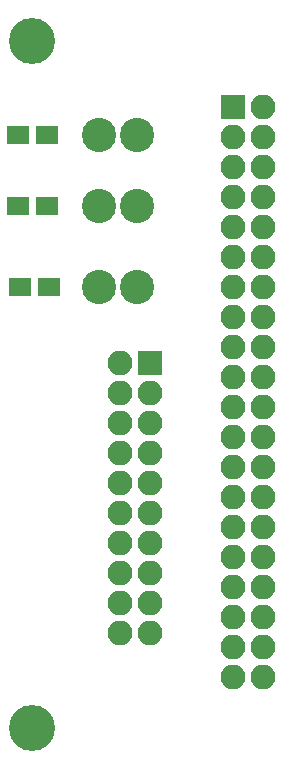
<source format=gbr>
G04 #@! TF.FileFunction,Soldermask,Top*
%FSLAX46Y46*%
G04 Gerber Fmt 4.6, Leading zero omitted, Abs format (unit mm)*
G04 Created by KiCad (PCBNEW 4.0.6) date 06/16/19 22:17:06*
%MOMM*%
%LPD*%
G01*
G04 APERTURE LIST*
%ADD10C,0.100000*%
%ADD11C,3.900000*%
%ADD12R,1.900000X1.650000*%
%ADD13R,2.100000X2.100000*%
%ADD14O,2.100000X2.100000*%
%ADD15C,2.900000*%
G04 APERTURE END LIST*
D10*
D11*
X149650000Y-101400000D03*
D12*
X148500000Y-109350000D03*
X151000000Y-109350000D03*
X148500000Y-115350000D03*
X151000000Y-115350000D03*
X148650000Y-122150000D03*
X151150000Y-122150000D03*
D13*
X159640000Y-128620000D03*
D14*
X157100000Y-128620000D03*
X159640000Y-131160000D03*
X157100000Y-131160000D03*
X159640000Y-133700000D03*
X157100000Y-133700000D03*
X159640000Y-136240000D03*
X157100000Y-136240000D03*
X159640000Y-138780000D03*
X157100000Y-138780000D03*
X159640000Y-141320000D03*
X157100000Y-141320000D03*
X159640000Y-143860000D03*
X157100000Y-143860000D03*
X159640000Y-146400000D03*
X157100000Y-146400000D03*
X159640000Y-148940000D03*
X157100000Y-148940000D03*
X159640000Y-151480000D03*
X157100000Y-151480000D03*
D13*
X166710000Y-106940000D03*
D14*
X169250000Y-106940000D03*
X166710000Y-109480000D03*
X169250000Y-109480000D03*
X166710000Y-112020000D03*
X169250000Y-112020000D03*
X166710000Y-114560000D03*
X169250000Y-114560000D03*
X166710000Y-117100000D03*
X169250000Y-117100000D03*
X166710000Y-119640000D03*
X169250000Y-119640000D03*
X166710000Y-122180000D03*
X169250000Y-122180000D03*
X166710000Y-124720000D03*
X169250000Y-124720000D03*
X166710000Y-127260000D03*
X169250000Y-127260000D03*
X166710000Y-129800000D03*
X169250000Y-129800000D03*
X166710000Y-132340000D03*
X169250000Y-132340000D03*
X166710000Y-134880000D03*
X169250000Y-134880000D03*
X166710000Y-137420000D03*
X169250000Y-137420000D03*
X166710000Y-139960000D03*
X169250000Y-139960000D03*
X166710000Y-142500000D03*
X169250000Y-142500000D03*
X166710000Y-145040000D03*
X169250000Y-145040000D03*
X166710000Y-147580000D03*
X169250000Y-147580000D03*
X166710000Y-150120000D03*
X169250000Y-150120000D03*
X166710000Y-152660000D03*
X169250000Y-152660000D03*
X166710000Y-155200000D03*
X169250000Y-155200000D03*
D15*
X158550000Y-109350000D03*
X155350000Y-109350000D03*
X158600000Y-115350000D03*
X155400000Y-115350000D03*
X158600000Y-122150000D03*
X155400000Y-122150000D03*
D11*
X149650000Y-159500000D03*
M02*

</source>
